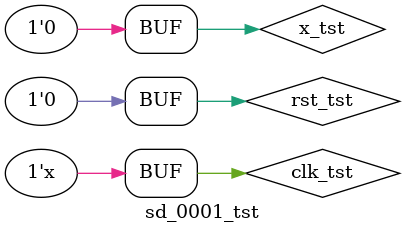
<source format=v>
module sd_0001_tst() ;

	wire y_tst ;
	reg clk_tst, rst_tst, x_tst ;

	sd_0001 DUT(x_tst, clk_tst, rst_tst, y_tst) ;

	initial
		begin
			x_tst = 1 'b0 ;		
			clk_tst = 1 'b0 ;
			rst_tst = 1 'b0 ;
			#10 rst_tst = 1 'b1 ;
			#10 rst_tst = 1 'b0 ;
		end

	always #25 clk_tst = ~clk_tst ;

	initial
		begin
			x_tst = 1 'b0 ;
			#60 x_tst = 1 'b0 ;	
			#60 x_tst = 1 'b1 ;	
			#60 x_tst = 1 'b0 ;	
			#60 x_tst = 1 'b0 ;	
			#60 x_tst = 1 'b0 ;	
			#60 x_tst = 1 'b0 ;	
			#60 x_tst = 1 'b0 ;	
			#60 x_tst = 1 'b0 ;	
			#60 x_tst = 1 'b0 ;	
			#60 x_tst = 1 'b1 ;	
			#60 x_tst = 1 'b0 ;	
			#60 x_tst = 1 'b0 ;	
			rst_tst = 1 'b1 ;
			#30 rst_tst = 1 'b0 ;
			#60 x_tst = 1 'b0 ;	
			#60 x_tst = 1 'b1 ;	
			#60 x_tst = 1 'b0 ;	
			#60 x_tst = 1 'b0 ;	
		end
endmodule
	


</source>
